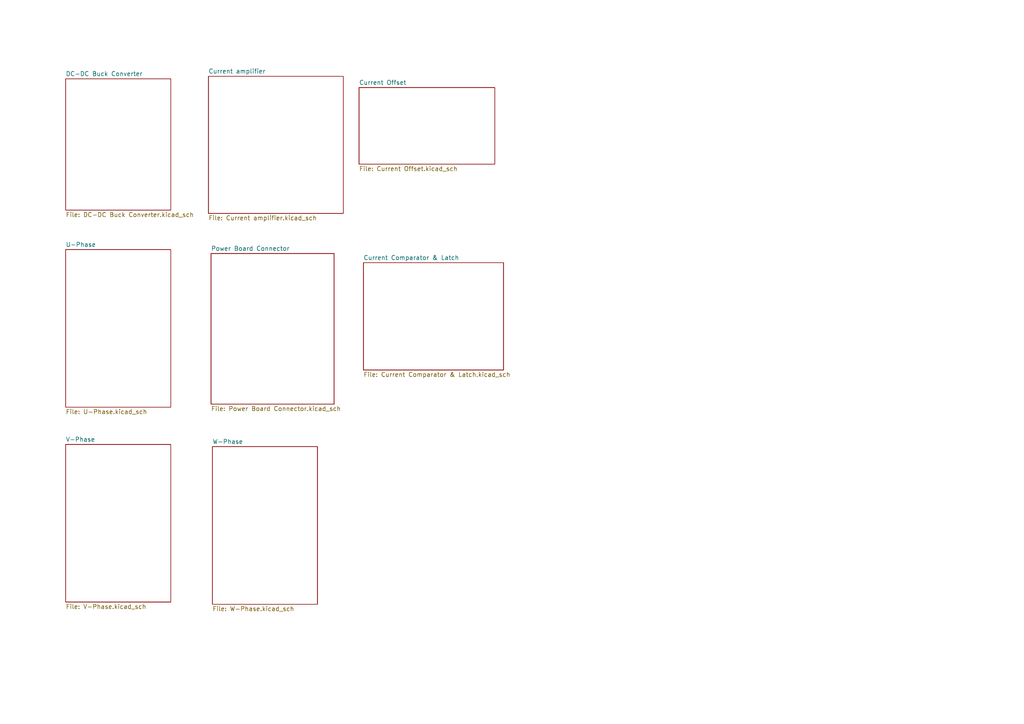
<source format=kicad_sch>
(kicad_sch (version 20230121) (generator eeschema)
  (paper "A4")
  (lib_symbols)
  (sheet (at 104.14 25.4) (size 39.37 22.225) (stroke (width 0.1524))
    (property "Sheetname" "Current Offset" (at 104.14 24.6884 0) (effects (justify left bottom)))
    (property "Sheetfile" "Current Offset.kicad_sch" (at 104.14 48.2096 0) (effects (justify left top)))
  )
  (sheet (at 19.05 72.39) (size 30.48 45.72) (stroke (width 0.1524))
    (property "Sheetname" "U-Phase" (at 19.05 71.6784 0) (effects (justify left bottom)))
    (property "Sheetfile" "U-Phase.kicad_sch" (at 19.05 118.6946 0) (effects (justify left top)))
  )
  (sheet (at 61.595 129.54) (size 30.48 45.72) (stroke (width 0.1524))
    (property "Sheetname" "W-Phase" (at 61.595 128.8284 0) (effects (justify left bottom)))
    (property "Sheetfile" "W-Phase.kicad_sch" (at 61.595 175.8446 0) (effects (justify left top)))
  )
  (sheet (at 19.05 128.905) (size 30.48 45.72) (stroke (width 0.1524))
    (property "Sheetname" "V-Phase" (at 19.05 128.1934 0) (effects (justify left bottom)))
    (property "Sheetfile" "V-Phase.kicad_sch" (at 19.05 175.2096 0) (effects (justify left top)))
  )
  (sheet (at 60.452 22.1234) (size 39.116 39.7764) (stroke (width 0.1524))
    (property "Sheetname" "Current amplifier" (at 60.452 21.4118 0) (effects (justify left bottom)))
    (property "Sheetfile" "Current amplifier.kicad_sch" (at 60.452 62.4844 0) (effects (justify left top)))
  )
  (sheet (at 19.05 22.86) (size 30.48 38.1) (stroke (width 0.1524))
    (property "Sheetname" "DC-DC Buck Converter" (at 19.05 22.1484 0) (effects (justify left bottom)))
    (property "Sheetfile" "DC-DC Buck Converter.kicad_sch" (at 19.05 61.5446 0) (effects (justify left top)))
  )
  (sheet (at 61.214 73.533) (size 35.687 43.688) (stroke (width 0.1524))
    (property "Sheetname" "Power Board Connector" (at 61.214 72.8214 0) (effects (justify left bottom)))
    (property "Sheetfile" "Power Board Connector.kicad_sch" (at 61.214 117.8056 0) (effects (justify left top)))
  )
  (sheet (at 105.41 76.2) (size 40.64 31.115) (stroke (width 0.1524))
    (property "Sheetname" "Current Comparator & Latch" (at 105.41 75.4884 0) (effects (justify left bottom)))
    (property "Sheetfile" "Current Comparator & Latch.kicad_sch" (at 105.41 107.8996 0) (effects (justify left top)))
  )
)
</source>
